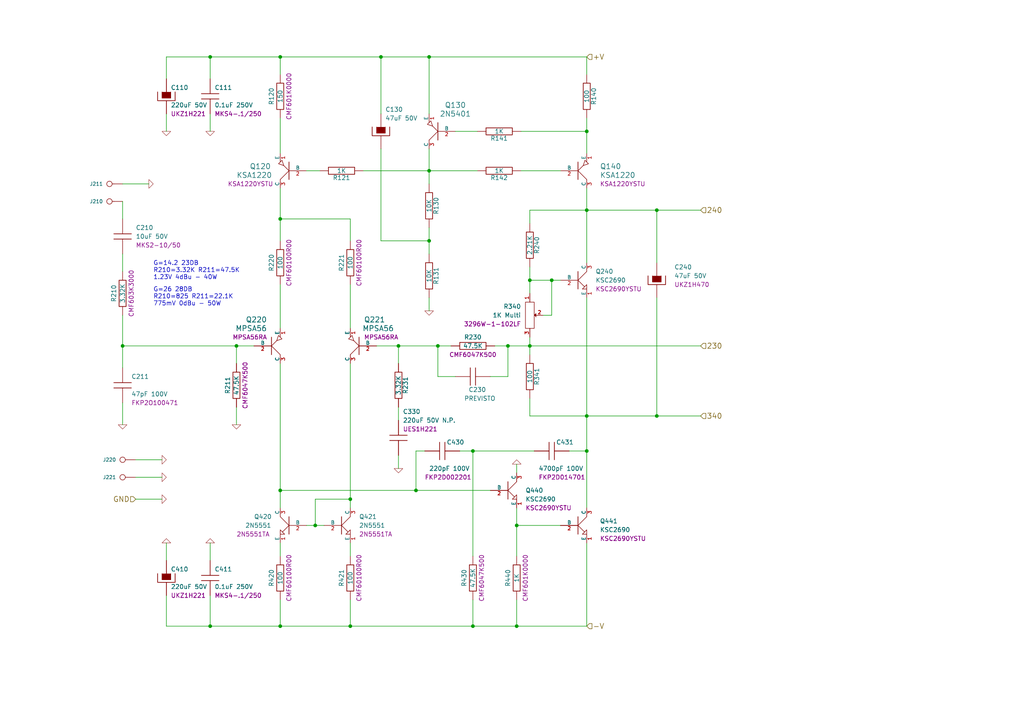
<source format=kicad_sch>
(kicad_sch (version 20230121) (generator eeschema)
  (paper "A4")
  (title_block (title "Amplificatore CMP_BMOS1004") (date "2025-10-18") (rev "251018") (company "AUDIO EMME di Martinelli Michele") (comment 1 "Stadio Ingresso + VAS"))
  (lib_symbols
    (symbol "AM_Connectors:CONN_1" (pin_numbers hide) (pin_names (offset 0.762) hide)
      (property "Reference" "P" (at 2.032 0 0))
      (symbol "CONN_1_0_1"
        (polyline (pts (xy -0.762 0) (xy -1.27 0)))
        (circle (center 0 0) (radius 0.7874))
      )
      (symbol "CONN_1_1_1"
        (pin passive line (at -3.81 0 0) (length 2.54) (name "1") (number "1"))
      )
    )
    (symbol "AM_Device:C" (pin_numbers hide) (pin_names (offset 0.254))
      (property "Reference" "C" (at 1.27 2.54 0))
      (property "Value" "C" (at 1.27 -2.54 0))
      (symbol "C_0_1"
        (polyline (pts (xy -2.54 -0.762) (xy 2.54 -0.762)) (stroke (width 0.2032)))
        (polyline (pts (xy -2.54 0.762) (xy 2.54 0.762)) (stroke (width 0.2032)))
      )
      (symbol "C_1_1"
        (pin passive line (at 0 5.08 270) (length 4.318) (name "~") (number "1"))
        (pin passive line (at 0 -5.08 90) (length 4.318) (name "~") (number "2"))
      )
    )
    (symbol "AM_Device:CP" (pin_numbers hide) (pin_names (offset 0.254) hide)
      (property "Reference" "C" (at 1.27 2.54 0))
      (property "Value" "CP" (at 1.27 -2.54 0))
      (symbol "CP_0_1"
        (polyline (pts (xy -2.54 1.27) (xy -2.54 -1.27) (xy 2.54 -1.27) (xy 2.54 1.27)) (stroke (width 0.2032)))
        (polyline (pts (xy -1.27 1.27) (xy -1.27 -0.508) (xy 1.27 -0.508) (xy 1.27 1.27)) (fill (type outline)))
      )
      (symbol "CP_1_1"
        (pin passive line (at 0 5.08 270) (length 3.81) (name "~") (number "1"))
        (pin passive line (at 0 -5.08 90) (length 3.81) (name "~") (number "2"))
      )
    )
    (symbol "AM_Device:NPN" (pin_names (offset 0))
      (property "Reference" "Q" (at 3.81 0 0))
      (property "Value" "NPN" (at -2.4892 3.81 0))
      (symbol "NPN_0_1"
        (polyline (pts (xy 0 0) (xy 1.905 -1.905)))
        (polyline (pts (xy 0 0) (xy 2.54 2.54)))
        (polyline (pts (xy 0 2.54) (xy 0 -2.54)) (stroke (width 0.2032)))
        (polyline (pts (xy 1.27 -2.54) (xy 2.54 -2.54) (xy 2.54 -1.27) (xy 1.27 -2.54) (xy 1.27 -2.54)))
      )
      (symbol "NPN_1_1"
        (pin passive line (at 2.54 -5.08 90) (length 2.54) (name "E") (number "1"))
        (pin input line (at -5.08 0 0) (length 5.08) (name "B") (number "2"))
        (pin passive line (at 2.54 5.08 270) (length 2.54) (name "C") (number "3"))
      )
    )
    (symbol "AM_Device:PNP" (pin_names (offset 0))
      (property "Reference" "Q" (at 3.81 0 0))
      (property "Value" "PNP" (at -2.4384 3.81 0))
      (symbol "PNP_0_1"
        (polyline (pts (xy 0 0) (xy 1.524 -1.524)))
        (polyline (pts (xy 0 0) (xy 2.54 2.54)))
        (polyline (pts (xy 0 2.54) (xy 0 -2.54)) (stroke (width 0.2032)))
        (polyline (pts (xy 1.524 -1.524) (xy 3.048 -2.032) (xy 2.032 -3.048) (xy 1.524 -1.524) (xy 1.524 -1.524)))
      )
      (symbol "PNP_1_1"
        (pin passive line (at 2.54 -5.08 90) (length 2.54) (name "E") (number "1"))
        (pin input line (at -5.08 0 0) (length 5.08) (name "B") (number "2"))
        (pin passive line (at 2.54 5.08 270) (length 2.54) (name "C") (number "3"))
      )
    )
    (symbol "AM_Device:POT" (pin_names (offset 1.016) hide)
      (property "Reference" "RV" (at 0 -2.54 0))
      (property "Value" "POT" (at 0 0 0))
      (symbol "POT_0_1"
        (rectangle (start -3.81 1.27) (end 3.81 -1.27))
        (polyline (pts (xy 0 1.27) (xy -0.508 1.778) (xy 0.508 1.778)) (fill (type outline)))
      )
      (symbol "POT_1_1"
        (pin passive line (at -6.35 0 0) (length 2.54) (name "1") (number "1"))
        (pin passive line (at 0 3.81 270) (length 2.032) (name "2") (number "2"))
        (pin passive line (at 6.35 0 180) (length 2.54) (name "3") (number "3"))
      )
    )
    (symbol "AM_Device:R" (pin_numbers hide) (pin_names (offset 0))
      (property "Reference" "R" (at 2.032 0 90))
      (property "Value" "R" (at 0 0 90))
      (symbol "R_0_1"
        (rectangle (start -1.016 3.81) (end 1.016 -3.81) (stroke (width 0.2032)))
      )
      (symbol "R_1_1"
        (pin passive line (at 0 6.35 270) (length 2.54) (name "~") (number "1"))
        (pin passive line (at 0 -6.35 90) (length 2.54) (name "~") (number "2"))
      )
    )
    (symbol "AM_Power:GND" (power) (pin_names (offset 0))
      (symbol "GND_0_1"
        (polyline (pts (xy -1.27 0) (xy 0 -1.27) (xy 1.27 0) (xy -1.27 0)) (stroke (width 0.1016)))
      )
      (symbol "GND_1_1"
        (pin power_in line (at 0 0 90) (length 0) hide (name "GND") (number "1"))
      )
    )
  )
  (junction (at 60.96 181.61))
  (junction (at 81.28 142.24))
  (junction (at 190.5 60.96))
  (junction (at 110.49 16.51))
  (junction (at 101.6 144.78))
  (junction (at 147.32 100.33))
  (junction (at 153.67 81.28))
  (junction (at 190.5 120.65))
  (junction (at 170.18 60.96))
  (junction (at 120.65 142.24))
  (junction (at 137.16 181.61))
  (junction (at 149.86 152.4))
  (junction (at 170.18 120.65))
  (junction (at 124.46 16.51))
  (junction (at 124.46 49.53))
  (junction (at 170.18 38.1))
  (junction (at 137.16 130.81))
  (junction (at 68.58 100.33))
  (junction (at 101.6 181.61))
  (junction (at 153.67 100.33))
  (junction (at 124.46 69.85))
  (junction (at 115.57 100.33))
  (junction (at 81.28 181.61))
  (junction (at 60.96 16.51))
  (junction (at 127 100.33))
  (junction (at 81.28 63.5))
  (junction (at 160.02 81.28))
  (junction (at 81.28 16.51))
  (junction (at 35.56 100.33))
  (junction (at 91.44 152.4))
  (junction (at 170.18 130.81))
  (junction (at 149.86 181.61))
  (wire (pts (xy 153.67 77.47) (xy 153.67 81.28)))
  (wire (pts (xy 35.56 53.34) (xy 43.18 53.34)))
  (wire (pts (xy 137.16 161.29) (xy 137.16 130.81)))
  (wire (pts (xy 35.56 106.68) (xy 35.56 100.33)))
  (wire (pts (xy 170.18 120.65) (xy 170.18 130.81)))
  (wire (pts (xy 68.58 123.19) (xy 68.58 118.11)))
  (wire (pts (xy 153.67 115.57) (xy 153.67 120.65)))
  (wire (pts (xy 81.28 16.51) (xy 81.28 21.59)))
  (wire (pts (xy 170.18 38.1) (xy 170.18 44.45)))
  (wire (pts (xy 81.28 142.24) (xy 120.65 142.24)))
  (wire (pts (xy 157.48 91.44) (xy 160.02 91.44)))
  (wire (pts (xy 91.44 144.78) (xy 101.6 144.78)))
  (wire (pts (xy 127 100.33) (xy 115.57 100.33)))
  (wire (pts (xy 130.81 100.33) (xy 127 100.33)))
  (wire (pts (xy 124.46 43.18) (xy 124.46 49.53)))
  (wire (pts (xy 147.32 109.22) (xy 147.32 100.33)))
  (wire (pts (xy 153.67 120.65) (xy 170.18 120.65)))
  (wire (pts (xy 120.65 142.24) (xy 142.24 142.24)))
  (wire (pts (xy 120.65 130.81) (xy 120.65 142.24)))
  (wire (pts (xy 81.28 54.61) (xy 81.28 63.5)))
  (wire (pts (xy 160.02 81.28) (xy 162.56 81.28)))
  (wire (pts (xy 91.44 152.4) (xy 88.9 152.4)))
  (wire (pts (xy 101.6 181.61) (xy 101.6 173.99)))
  (wire (pts (xy 110.49 43.18) (xy 110.49 69.85)))
  (wire (pts (xy 81.28 63.5) (xy 101.6 63.5)))
  (wire (pts (xy 35.56 58.42) (xy 35.56 63.5)))
  (wire (pts (xy 48.26 157.48) (xy 48.26 162.56)))
  (wire (pts (xy 81.28 157.48) (xy 81.28 161.29)))
  (wire (pts (xy 73.66 100.33) (xy 68.58 100.33)))
  (wire (pts (xy 170.18 76.2) (xy 170.18 60.96)))
  (wire (pts (xy 153.67 81.28) (xy 160.02 81.28)))
  (wire (pts (xy 170.18 34.29) (xy 170.18 38.1)))
  (wire (pts (xy 101.6 181.61) (xy 137.16 181.61)))
  (wire (pts (xy 110.49 69.85) (xy 124.46 69.85)))
  (wire (pts (xy 81.28 142.24) (xy 81.28 105.41)))
  (wire (pts (xy 39.37 138.43) (xy 46.99 138.43)))
  (wire (pts (xy 124.46 69.85) (xy 124.46 73.66)))
  (wire (pts (xy 153.67 100.33) (xy 203.2 100.33)))
  (wire (pts (xy 68.58 100.33) (xy 35.56 100.33)))
  (wire (pts (xy 137.16 173.99) (xy 137.16 181.61)))
  (wire (pts (xy 60.96 16.51) (xy 60.96 22.86)))
  (wire (pts (xy 137.16 181.61) (xy 149.86 181.61)))
  (wire (pts (xy 190.5 120.65) (xy 190.5 86.36)))
  (wire (pts (xy 91.44 152.4) (xy 91.44 144.78)))
  (wire (pts (xy 190.5 76.2) (xy 190.5 60.96)))
  (wire (pts (xy 153.67 100.33) (xy 153.67 102.87)))
  (wire (pts (xy 170.18 130.81) (xy 165.1 130.81)))
  (wire (pts (xy 162.56 49.53) (xy 151.13 49.53)))
  (wire (pts (xy 101.6 63.5) (xy 101.6 69.85)))
  (wire (pts (xy 48.26 181.61) (xy 48.26 172.72)))
  (wire (pts (xy 60.96 172.72) (xy 60.96 181.61)))
  (wire (pts (xy 60.96 16.51) (xy 81.28 16.51)))
  (wire (pts (xy 124.46 86.36) (xy 124.46 90.17)))
  (wire (pts (xy 170.18 60.96) (xy 153.67 60.96)))
  (wire (pts (xy 149.86 152.4) (xy 149.86 161.29)))
  (wire (pts (xy 124.46 49.53) (xy 138.43 49.53)))
  (wire (pts (xy 110.49 16.51) (xy 110.49 33.02)))
  (wire (pts (xy 123.19 130.81) (xy 120.65 130.81)))
  (wire (pts (xy 124.46 49.53) (xy 124.46 53.34)))
  (wire (pts (xy 48.26 33.02) (xy 48.26 38.1)))
  (wire (pts (xy 149.86 147.32) (xy 149.86 152.4)))
  (wire (pts (xy 92.71 49.53) (xy 88.9 49.53)))
  (wire (pts (xy 60.96 181.61) (xy 81.28 181.61)))
  (wire (pts (xy 68.58 105.41) (xy 68.58 100.33)))
  (wire (pts (xy 149.86 181.61) (xy 149.86 173.99)))
  (wire (pts (xy 81.28 147.32) (xy 81.28 142.24)))
  (wire (pts (xy 101.6 82.55) (xy 101.6 95.25)))
  (wire (pts (xy 170.18 181.61) (xy 170.18 157.48)))
  (wire (pts (xy 149.86 134.62) (xy 149.86 137.16)))
  (wire (pts (xy 101.6 161.29) (xy 101.6 157.48)))
  (wire (pts (xy 60.96 33.02) (xy 60.96 38.1)))
  (wire (pts (xy 127 100.33) (xy 127 109.22)))
  (wire (pts (xy 81.28 34.29) (xy 81.28 44.45)))
  (wire (pts (xy 101.6 144.78) (xy 101.6 147.32)))
  (wire (pts (xy 133.35 130.81) (xy 137.16 130.81)))
  (wire (pts (xy 48.26 181.61) (xy 60.96 181.61)))
  (wire (pts (xy 124.46 16.51) (xy 170.18 16.51)))
  (wire (pts (xy 142.24 109.22) (xy 147.32 109.22)))
  (wire (pts (xy 170.18 120.65) (xy 190.5 120.65)))
  (wire (pts (xy 46.99 144.78) (xy 39.37 144.78)))
  (wire (pts (xy 48.26 22.86) (xy 48.26 16.51)))
  (wire (pts (xy 153.67 60.96) (xy 153.67 64.77)))
  (wire (pts (xy 81.28 82.55) (xy 81.28 95.25)))
  (wire (pts (xy 190.5 120.65) (xy 203.2 120.65)))
  (wire (pts (xy 170.18 60.96) (xy 190.5 60.96)))
  (wire (pts (xy 105.41 49.53) (xy 124.46 49.53)))
  (wire (pts (xy 170.18 86.36) (xy 170.18 120.65)))
  (wire (pts (xy 115.57 118.11) (xy 115.57 121.92)))
  (wire (pts (xy 115.57 100.33) (xy 109.22 100.33)))
  (wire (pts (xy 160.02 91.44) (xy 160.02 81.28)))
  (wire (pts (xy 170.18 21.59) (xy 170.18 16.51)))
  (wire (pts (xy 60.96 157.48) (xy 60.96 162.56)))
  (wire (pts (xy 101.6 105.41) (xy 101.6 144.78)))
  (wire (pts (xy 81.28 16.51) (xy 110.49 16.51)))
  (wire (pts (xy 35.56 100.33) (xy 35.56 91.44)))
  (wire (pts (xy 137.16 130.81) (xy 154.94 130.81)))
  (wire (pts (xy 138.43 38.1) (xy 132.08 38.1)))
  (wire (pts (xy 124.46 33.02) (xy 124.46 16.51)))
  (wire (pts (xy 39.37 133.35) (xy 46.99 133.35)))
  (wire (pts (xy 115.57 132.08) (xy 115.57 135.89)))
  (wire (pts (xy 153.67 100.33) (xy 147.32 100.33)))
  (wire (pts (xy 127 109.22) (xy 132.08 109.22)))
  (wire (pts (xy 35.56 73.66) (xy 35.56 78.74)))
  (wire (pts (xy 170.18 130.81) (xy 170.18 147.32)))
  (wire (pts (xy 162.56 152.4) (xy 149.86 152.4)))
  (wire (pts (xy 151.13 38.1) (xy 170.18 38.1)))
  (wire (pts (xy 190.5 60.96) (xy 203.2 60.96)))
  (wire (pts (xy 170.18 60.96) (xy 170.18 54.61)))
  (wire (pts (xy 153.67 81.28) (xy 153.67 85.09)))
  (wire (pts (xy 124.46 66.04) (xy 124.46 69.85)))
  (wire (pts (xy 115.57 105.41) (xy 115.57 100.33)))
  (wire (pts (xy 81.28 181.61) (xy 101.6 181.61)))
  (wire (pts (xy 81.28 63.5) (xy 81.28 69.85)))
  (wire (pts (xy 35.56 116.84) (xy 35.56 123.19)))
  (wire (pts (xy 81.28 181.61) (xy 81.28 173.99)))
  (wire (pts (xy 153.67 97.79) (xy 153.67 100.33)))
  (wire (pts (xy 143.51 100.33) (xy 147.32 100.33)))
  (wire (pts (xy 110.49 16.51) (xy 124.46 16.51)))
  (wire (pts (xy 48.26 16.51) (xy 60.96 16.51)))
  (wire (pts (xy 93.98 152.4) (xy 91.44 152.4)))
  (wire (pts (xy 149.86 181.61) (xy 170.18 181.61)))
  (text "G=26 28DB\nR210=825 R211=22.1K\n775mV 0dBu - 50W\n" (at 44.45 88.9 0) (effects (font (size 1.27 1.27)) (justify left bottom)))
  (text "G=14.2 23DB\nR210=3.32K R211=47.5K\n1.23V 4dBu - 40W\n" (at 44.45 81.28 0) (effects (font (size 1.27 1.27)) (justify left bottom)))
  (hierarchical_label "GND" (shape input) (at 39.37 144.78 180) (effects (font (size 1.524 1.524))))
  (hierarchical_label "240" (shape input) (at 203.2 60.96 0) (effects (font (size 1.524 1.524))))
  (hierarchical_label "-V" (shape input) (at 170.18 181.61 0) (effects (font (size 1.524 1.524))))
  (hierarchical_label "340" (shape input) (at 203.2 120.65 0) (effects (font (size 1.524 1.524))))
  (hierarchical_label "230" (shape input) (at 203.2 100.33 0) (effects (font (size 1.524 1.524))))
  (hierarchical_label "+V" (shape input) (at 170.18 16.51 0) (effects (font (size 1.524 1.524))))
  (symbol (lib_id "AM_Device:PNP") (at 78.74 100.33 0) (mirror x) (unit 1)
    (property "Reference" "Q220" (at 77.47 92.71 0) (effects (font (size 1.524 1.524)) (justify right)))
    (property "Value" "MPSA56" (at 77.47 95.25 0) (effects (font (size 1.524 1.524)) (justify right)))
    (property "Footprint" "AM_Semiconductors:BJT_TO92" (effects hide))
    (property "Codice" "MPSA56RA" (at 77.47 97.79 0) (effects (justify right)))
    (property "Costruttore" "Onsemi" (effects hide))
  )
  (symbol (lib_id "AM_Device:PNP") (at 104.14 100.33 180) (unit 1)
    (property "Reference" "Q221" (at 111.76 92.71 0) (effects (font (size 1.524 1.524)) (justify left)))
    (property "Value" "MPSA56" (at 114.3 95.25 0) (effects (font (size 1.524 1.524)) (justify left)))
    (property "Footprint" "AM_Semiconductors:BJT_TO92" (effects hide))
    (property "Codice" "MPSA56RA" (at 115.57 97.79 0) (effects (justify left)))
    (property "Costruttore" "Onsemi" (effects hide))
  )
  (symbol (lib_id "AM_Device:R") (at 81.28 76.2 0) (unit 1)
    (property "Reference" "R220" (at 78.74 76.2 90))
    (property "Value" "100" (at 81.28 76.2 90))
    (property "Footprint" "AM_Library:RES_CMF" (effects hide))
    (property "Codice" "CMF60100R00" (at 83.82 76.2 90))
    (property "Costruttore" "Vishay" (effects hide))
  )
  (symbol (lib_id "AM_Device:R") (at 101.6 76.2 0) (unit 1)
    (property "Reference" "R221" (at 99.06 76.2 90))
    (property "Value" "100" (at 101.6 76.2 90))
    (property "Footprint" "AM_Library:RES_CMF" (effects hide))
    (property "Codice" "CMF60100R00" (at 104.14 76.2 90))
    (property "Costruttore" "Vishay" (effects hide))
  )
  (symbol (lib_id "AM_Device:PNP") (at 83.82 49.53 180) (unit 1)
    (property "Reference" "Q120" (at 72.39 48.26 0) (effects (font (size 1.524 1.524)) (justify right)))
    (property "Value" "KSA1220" (at 68.58 50.8 0) (effects (font (size 1.524 1.524)) (justify right)))
    (property "Footprint" "AM_Library:BJT_TO126" (effects hide))
    (property "Codice" "KSA1220YSTU" (at 66.04 53.34 0) (effects (justify right)))
    (property "Costruttore" "Onsemi" (effects hide))
  )
  (symbol (lib_id "AM_Device:R") (at 81.28 27.94 0) (unit 1)
    (property "Reference" "R120" (at 78.74 27.94 90))
    (property "Value" "150" (at 81.28 27.94 90))
    (property "Footprint" "AM_Library:RES_CMF" (effects hide))
    (property "Codice" "CMF601K0000" (at 83.82 27.94 90))
    (property "Costruttore" "Vishay" (effects hide))
  )
  (symbol (lib_id "AM_Device:R") (at 99.06 49.53 270) (unit 1)
    (property "Reference" "R121" (at 99.06 51.562 90))
    (property "Value" "1K" (at 99.06 49.53 90))
    (property "Footprint" "AM_Library:RES_CMF" (effects hide))
    (property "Codice" "CMF601K0000" (effects hide))
    (property "Costruttore" "Vishay" (effects hide))
  )
  (symbol (lib_id "AM_Device:PNP") (at 127 38.1 180) (unit 1)
    (property "Reference" "Q130" (at 132.08 30.48 0) (effects (font (size 1.524 1.524))))
    (property "Value" "2N5401" (at 132.08 33.02 0) (effects (font (size 1.524 1.524))))
    (property "Footprint" "AM_Semiconductors:BJT_TO92" (effects hide))
    (property "Codice" "2N5401TA" (effects hide))
    (property "Costruttore" "Onsemi" (effects hide))
  )
  (symbol (lib_id "AM_Device:R") (at 124.46 59.69 0) (unit 1)
    (property "Reference" "R130" (at 126.492 59.69 90))
    (property "Value" "10K" (at 124.46 59.69 90))
    (property "Footprint" "AM_Library:RES_CMF" (effects hide))
    (property "Codice" "CMF6010K000" (effects hide))
    (property "Costruttore" "Vishay" (effects hide))
  )
  (symbol (lib_id "AM_Device:R") (at 124.46 80.01 0) (unit 1)
    (property "Reference" "R131" (at 126.492 80.01 90))
    (property "Value" "10K" (at 124.46 80.01 90))
    (property "Footprint" "AM_Library:RES_CMF" (effects hide))
    (property "Codice" "CMF6010K000" (effects hide))
    (property "Costruttore" "Vishay" (effects hide))
  )
  (symbol (lib_id "AM_Device:R") (at 81.28 167.64 0) (unit 1)
    (property "Reference" "R420" (at 78.74 167.64 90))
    (property "Value" "100" (at 81.28 167.64 90))
    (property "Footprint" "AM_Library:RES_CMF" (effects hide))
    (property "Codice" "CMF60100R00" (at 83.82 167.64 90))
    (property "Costruttore" "Vishay" (effects hide))
  )
  (symbol (lib_id "AM_Device:R") (at 101.6 167.64 0) (unit 1)
    (property "Reference" "R421" (at 99.06 167.64 90))
    (property "Value" "100" (at 101.6 167.64 90))
    (property "Footprint" "AM_Library:RES_CMF" (effects hide))
    (property "Codice" "CMF60100R00" (at 104.14 167.64 90))
    (property "Costruttore" "Vishay" (effects hide))
  )
  (symbol (lib_id "AM_Device:NPN") (at 83.82 152.4 0) (mirror y) (unit 1)
    (property "Reference" "Q420" (at 73.66 149.86 0) (effects (justify right)))
    (property "Value" "2N5551" (at 71.12 152.4 0) (effects (justify right)))
    (property "Footprint" "AM_Semiconductors:BJT_TO92" (effects hide))
    (property "Codice" "2N5551TA" (at 68.58 154.94 0) (effects (justify right)))
    (property "Costruttore" "Onsemi" (effects hide))
  )
  (symbol (lib_id "AM_Device:NPN") (at 99.06 152.4 0) (unit 1)
    (property "Reference" "Q421" (at 104.14 149.86 0) (effects (justify left)))
    (property "Value" "2N5551" (at 104.14 152.4 0) (effects (justify left)))
    (property "Footprint" "AM_Semiconductors:BJT_TO92" (effects hide))
    (property "Codice" "2N5551TA" (at 104.14 154.94 0) (effects (justify left)))
    (property "Costruttore" "Onsemi" (effects hide))
  )
  (symbol (lib_id "AM_Device:R") (at 144.78 49.53 270) (unit 1)
    (property "Reference" "R142" (at 144.78 51.562 90))
    (property "Value" "1K" (at 144.78 49.53 90))
    (property "Footprint" "AM_Library:RES_CMF" (effects hide))
    (property "Codice" "CMF601K0000" (effects hide))
    (property "Costruttore" "Vishay" (effects hide))
  )
  (symbol (lib_id "AM_Device:R") (at 144.78 38.1 270) (unit 1)
    (property "Reference" "R141" (at 144.78 40.132 90))
    (property "Value" "1K" (at 144.78 38.1 90))
    (property "Footprint" "AM_Library:RES_CMF" (effects hide))
    (property "Codice" "CMF601K0000" (effects hide))
    (property "Costruttore" "Vishay" (effects hide))
  )
  (symbol (lib_id "AM_Device:PNP") (at 167.64 49.53 0) (mirror x) (unit 1)
    (property "Reference" "Q140" (at 173.99 48.26 0) (effects (font (size 1.524 1.524)) (justify left)))
    (property "Value" "KSA1220" (at 173.99 50.8 0) (effects (font (size 1.524 1.524)) (justify left)))
    (property "Footprint" "AM_Library:BJT_TO126" (effects hide))
    (property "Codice" "KSA1220YSTU" (at 173.99 53.34 0) (effects (justify left)))
    (property "Costruttore" "Onsemi" (effects hide))
  )
  (symbol (lib_id "AM_Device:R") (at 170.18 27.94 0) (unit 1)
    (property "Reference" "R140" (at 172.212 27.94 90))
    (property "Value" "100" (at 170.18 27.94 90))
    (property "Footprint" "AM_Library:RES_CMF" (effects hide))
    (property "Codice" "CMF60100R00" (effects hide))
    (property "Costruttore" "Vishay" (effects hide))
  )
  (symbol (lib_id "AM_Device:R") (at 115.57 111.76 0) (unit 1)
    (property "Reference" "R231" (at 117.602 111.76 90))
    (property "Value" "3.32K" (at 115.57 111.76 90))
    (property "Footprint" "AM_Library:RES_CMF" (effects hide))
    (property "Codice" "CMF603K3000" (effects hide))
    (property "Costruttore" "Vishay" (effects hide))
  )
  (symbol (lib_id "AM_Device:C") (at 115.57 127 0) (unit 1)
    (property "Reference" "C330" (at 116.84 119.38 0) (effects (justify left)))
    (property "Value" "220uF 50V N.P." (at 116.84 121.92 0) (effects (justify left)))
    (property "Footprint" "AM_Capacitors:CAP_D16x25LS75" (effects hide))
    (property "Costruttore" "Nichicon" (effects hide))
    (property "Codice" "UES1H221" (at 116.84 124.46 0) (effects (justify left)))
  )
  (symbol (lib_id "AM_Device:R") (at 137.16 100.33 270) (unit 1)
    (property "Reference" "R230" (at 137.16 97.79 90))
    (property "Value" "47.5K" (at 137.16 100.33 90))
    (property "Footprint" "AM_Library:RES_CMF" (effects hide))
    (property "Codice" "CMF6047K500" (at 137.16 102.87 90))
    (property "Costruttore" "Vishay" (effects hide))
  )
  (symbol (lib_id "AM_Device:NPN") (at 147.32 142.24 0) (unit 1)
    (property "Reference" "Q440" (at 152.4 142.24 0) (effects (justify left)))
    (property "Value" "KSC2690" (at 152.4 144.78 0) (effects (justify left)))
    (property "Footprint" "AM_Library:BJT_TO126" (effects hide))
    (property "Codice" "KSC2690YSTU" (at 152.4 147.32 0) (effects (justify left)))
    (property "Costruttore" "Onsemi" (effects hide))
  )
  (symbol (lib_id "AM_Device:NPN") (at 167.64 152.4 0) (unit 1)
    (property "Reference" "Q441" (at 173.99 151.13 0) (effects (justify left)))
    (property "Value" "KSC2690" (at 173.99 153.67 0) (effects (justify left)))
    (property "Footprint" "AM_Library:BJT_TO126" (effects hide))
    (property "Codice" "KSC2690YSTU" (at 173.99 156.21 0) (effects (justify left)))
    (property "Costruttore" "Onsemi" (effects hide))
  )
  (symbol (lib_id "AM_Device:R") (at 149.86 167.64 0) (unit 1)
    (property "Reference" "R440" (at 147.32 167.64 90))
    (property "Value" "1K" (at 149.86 167.64 90))
    (property "Footprint" "AM_Library:RES_CMF" (effects hide))
    (property "Codice" "CMF601K0000" (at 152.4 167.64 90))
    (property "Costruttore" "Vishay" (effects hide))
  )
  (symbol (lib_id "AM_Device:C") (at 128.27 130.81 270) (unit 1)
    (property "Reference" "C430" (at 129.54 128.27 90) (effects (justify left)))
    (property "Value" "220pF 100V" (at 124.46 135.89 90) (effects (justify left)))
    (property "Footprint" "AM_Capacitors:CAP_07x5LS05" (effects hide))
    (property "Costruttore" "Wima" (effects hide))
    (property "Codice" "FKP2D002201" (at 123.19 138.43 90) (effects (justify left)))
  )
  (symbol (lib_id "AM_Device:C") (at 160.02 130.81 270) (unit 1)
    (property "Reference" "C431" (at 161.29 128.27 90) (effects (justify left)))
    (property "Value" "4700pF 100V" (at 156.21 135.89 90) (effects (justify left)))
    (property "Footprint" "AM_Capacitors:CAP_07x5LS05" (effects hide))
    (property "Costruttore" "Wima" (effects hide))
    (property "Codice" "FKP2D014701" (at 156.21 138.43 90) (effects (justify left)))
  )
  (symbol (lib_id "AM_Device:NPN") (at 167.64 81.28 0) (unit 1)
    (property "Reference" "Q240" (at 172.72 78.74 0) (effects (justify left)))
    (property "Value" "KSC2690" (at 172.72 81.28 0) (effects (justify left)))
    (property "Footprint" "AM_Library:BJT_TO126" (effects hide))
    (property "Codice" "KSC2690YSTU" (at 172.72 83.82 0) (effects (justify left)))
    (property "Costruttore" "Onsemi" (effects hide))
  )
  (symbol (lib_id "AM_Device:R") (at 153.67 71.12 0) (unit 1)
    (property "Reference" "R240" (at 155.702 71.12 90))
    (property "Value" "2.21K" (at 153.67 71.12 90))
    (property "Footprint" "AM_Library:RES_CMF" (effects hide))
    (property "Codice" "CMF602K2100" (effects hide))
    (property "Costruttore" "Vishay" (effects hide))
  )
  (symbol (lib_id "AM_Device:R") (at 153.67 109.22 0) (unit 1)
    (property "Reference" "R341" (at 155.702 109.22 90))
    (property "Value" "100" (at 153.67 109.22 90))
    (property "Footprint" "AM_Library:RES_CMF" (effects hide))
    (property "Codice" "CMF60100R00" (effects hide))
    (property "Costruttore" "Vishay" (effects hide))
  )
  (symbol (lib_id "AM_Device:POT") (at 153.67 91.44 270) (unit 1)
    (property "Reference" "R340" (at 151.13 88.9 90) (effects (justify right)))
    (property "Value" "1K Multi" (at 151.13 91.44 90) (effects (justify right)))
    (property "Footprint" "AM_Library:RES_3296W" (effects hide))
    (property "Costruttore" "Bourms" (effects hide))
    (property "Codice" "3296W-1-102LF" (at 151.13 93.98 90) (effects (justify right)))
  )
  (symbol (lib_id "AM_Power:GND") (at 124.46 90.17 0) (unit 1)
    (property "Reference" "#PWR021" (effects hide))
    (property "Value" "GND" (effects hide))
  )
  (symbol (lib_id "AM_Power:GND") (at 115.57 135.89 0) (unit 1)
    (property "Reference" "#PWR020" (effects hide))
    (property "Value" "GND" (effects hide))
  )
  (symbol (lib_id "AM_Device:R") (at 68.58 111.76 0) (unit 1)
    (property "Reference" "R211" (at 66.04 111.76 90))
    (property "Value" "47.5K" (at 68.58 111.76 90))
    (property "Footprint" "AM_Library:RES_CMF" (effects hide))
    (property "Codice" "CMF6047K500" (at 71.12 111.76 90))
    (property "Costruttore" "Vishay" (effects hide))
  )
  (symbol (lib_id "AM_Device:R") (at 35.56 85.09 180) (unit 1)
    (property "Reference" "R210" (at 33.02 85.09 90))
    (property "Value" "3.32K" (at 35.56 85.09 90))
    (property "Footprint" "AM_Library:RES_CMF" (effects hide))
    (property "Codice" "CMF603K3000" (at 38.1 85.09 90))
    (property "Costruttore" "Vishay" (effects hide))
  )
  (symbol (lib_id "AM_Device:C") (at 35.56 111.76 0) (unit 1)
    (property "Reference" "C211" (at 38.1 109.22 0) (effects (justify left)))
    (property "Value" "47pF 100V" (at 38.1 114.3 0) (effects (justify left)))
    (property "Footprint" "AM_Capacitors:CAP_07x5LS05" (effects hide))
    (property "Costruttore" "Wima" (effects hide))
    (property "Codice" "FKP2O100471" (at 38.1 116.84 0) (effects (justify left)))
  )
  (symbol (lib_id "AM_Power:GND") (at 35.56 123.19 0) (unit 1)
    (property "Reference" "#PWR019" (effects hide))
    (property "Value" "GND" (effects hide))
  )
  (symbol (lib_id "AM_Device:C") (at 35.56 68.58 0) (unit 1)
    (property "Reference" "C210" (at 39.37 66.04 0) (effects (justify left)))
    (property "Value" "10uF 50V" (at 39.37 68.58 0) (effects (justify left)))
    (property "Footprint" "AM_Capacitors:CAP_07x11LS05" (effects hide))
    (property "Costruttore" "Wima" (effects hide))
    (property "Codice" "MKS2-10/50" (at 39.37 71.12 0) (effects (justify left)))
  )
  (symbol (lib_id "AM_Power:GND") (at 68.58 123.19 0) (unit 1)
    (property "Reference" "#PWR018" (effects hide))
    (property "Value" "GND" (effects hide))
  )
  (symbol (lib_id "AM_Power:GND") (at 43.18 53.34 90) (unit 1)
    (property "Reference" "#PWR017" (effects hide))
    (property "Value" "GND" (effects hide))
  )
  (symbol (lib_id "AM_Device:CP") (at 110.49 38.1 0) (unit 1)
    (property "Reference" "C130" (at 111.76 31.75 0) (effects (justify left)))
    (property "Value" "47uF 50V" (at 111.76 34.29 0) (effects (justify left)))
    (property "Footprint" "AM_Capacitors:CAP_D10x15LS05" (effects hide))
    (property "Costruttore" "Nichicon" (effects hide))
    (property "Codice" "UKZ1H470" (effects hide))
  )
  (symbol (lib_id "AM_Device:CP") (at 190.5 81.28 0) (unit 1)
    (property "Reference" "C240" (at 195.58 77.47 0) (effects (justify left)))
    (property "Value" "47uF 50V" (at 195.58 80.01 0) (effects (justify left)))
    (property "Footprint" "AM_Capacitors:CAP_D10x15LS05" (effects hide))
    (property "Costruttore" "Nichicon" (effects hide))
    (property "Codice" "UKZ1H470" (at 195.58 82.55 0) (effects (justify left)))
  )
  (symbol (lib_id "AM_Device:C") (at 137.16 109.22 270) (unit 1)
    (property "Reference" "C230" (at 135.89 113.03 90) (effects (justify left)))
    (property "Value" "PREVISTO" (at 134.62 115.57 90) (effects (justify left)))
    (property "Footprint" "AM_Capacitors:CAP_07x5LS05" (effects hide))
  )
  (symbol (lib_id "AM_Device:CP") (at 48.26 27.94 0) (unit 1)
    (property "Reference" "C110" (at 49.53 25.4 0) (effects (justify left)))
    (property "Value" "220uF 50V" (at 49.53 30.48 0) (effects (justify left)))
    (property "Footprint" "AM_Capacitors:CAP_D16x25LS75" (effects hide))
    (property "Costruttore" "Nichicon" (effects hide))
    (property "Codice" "UKZ1H221" (at 49.53 33.02 0) (effects (justify left)))
  )
  (symbol (lib_id "AM_Device:C") (at 60.96 27.94 0) (unit 1)
    (property "Reference" "C111" (at 62.23 25.4 0) (effects (justify left)))
    (property "Value" "0.1uF 250V" (at 62.23 30.48 0) (effects (justify left)))
    (property "Footprint" "AM_Capacitors:CAP_13x4LS10" (effects hide))
    (property "Costruttore" "Wima" (effects hide))
    (property "Codice" "MKS4-.1/250" (at 62.23 33.02 0) (effects (justify left)))
  )
  (symbol (lib_id "AM_Device:C") (at 60.96 167.64 0) (unit 1)
    (property "Reference" "C411" (at 62.23 165.1 0) (effects (justify left)))
    (property "Value" "0.1uF 250V" (at 62.23 170.18 0) (effects (justify left)))
    (property "Footprint" "AM_Capacitors:CAP_13x4LS10" (effects hide))
    (property "Costruttore" "Wima" (effects hide))
    (property "Codice" "MKS4-.1/250" (at 62.23 172.72 0) (effects (justify left)))
  )
  (symbol (lib_id "AM_Device:CP") (at 48.26 167.64 0) (unit 1)
    (property "Reference" "C410" (at 49.53 165.1 0) (effects (justify left)))
    (property "Value" "220uF 50V" (at 49.53 170.18 0) (effects (justify left)))
    (property "Footprint" "AM_Capacitors:CAP_D16x25LS75" (effects hide))
    (property "Costruttore" "Nichicon" (effects hide))
    (property "Codice" "UKZ1H221" (at 49.53 172.72 0) (effects (justify left)))
  )
  (symbol (lib_id "AM_Power:GND") (at 48.26 38.1 0) (unit 1)
    (property "Reference" "#PWR016" (effects hide))
    (property "Value" "GND" (effects hide))
  )
  (symbol (lib_id "AM_Power:GND") (at 60.96 38.1 0) (unit 1)
    (property "Reference" "#PWR015" (effects hide))
    (property "Value" "GND" (effects hide))
  )
  (symbol (lib_id "AM_Power:GND") (at 60.96 157.48 180) (unit 1)
    (property "Reference" "#PWR014" (effects hide))
    (property "Value" "GND" (effects hide))
  )
  (symbol (lib_id "AM_Power:GND") (at 48.26 157.48 180) (unit 1)
    (property "Reference" "#PWR013" (effects hide))
    (property "Value" "GND" (effects hide))
  )
  (symbol (lib_id "AM_Connectors:CONN_1") (at 31.75 53.34 180) (unit 1)
    (property "Reference" "J211" (at 27.94 53.34 0) (effects (font (size 1.016 1.016))))
    (property "Value" "CONN" (effects hide))
    (property "Footprint" "AM_Accessory:CON_1A" (effects hide))
  )
  (symbol (lib_id "AM_Connectors:CONN_1") (at 31.75 58.42 0) (mirror y) (unit 1)
    (property "Reference" "J210" (at 27.94 58.42 0) (effects (font (size 1.016 1.016))))
    (property "Value" "CONN" (effects hide))
    (property "Footprint" "AM_Accessory:CON_1A" (effects hide))
  )
  (symbol (lib_id "AM_Power:GND") (at 149.86 134.62 180) (unit 1)
    (property "Reference" "#PWR012" (effects hide))
    (property "Value" "GND" (effects hide))
  )
  (symbol (lib_id "AM_Device:R") (at 137.16 167.64 0) (unit 1)
    (property "Reference" "R430" (at 134.62 167.64 90))
    (property "Value" "47.5K" (at 137.16 167.64 90))
    (property "Footprint" "AM_Library:RES_CMF" (effects hide))
    (property "Codice" "CMF6047K500" (at 139.7 167.64 90))
    (property "Costruttore" "Vishay" (effects hide))
  )
  (symbol (lib_id "AM_Power:GND") (at 46.99 144.78 90) (unit 1)
    (property "Reference" "#PWR011" (effects hide))
    (property "Value" "GND" (effects hide))
  )
  (symbol (lib_id "AM_Connectors:CONN_1") (at 35.56 133.35 180) (unit 1)
    (property "Reference" "J220" (at 31.75 133.35 0) (effects (font (size 1.016 1.016))))
    (property "Value" "CONN" (effects hide))
    (property "Footprint" "AM_Accessory:CON_1A" (effects hide))
  )
  (symbol (lib_id "AM_Connectors:CONN_1") (at 35.56 138.43 180) (unit 1)
    (property "Reference" "J221" (at 31.75 138.43 0) (effects (font (size 1.016 1.016))))
    (property "Value" "CONN" (effects hide))
    (property "Footprint" "AM_Accessory:CON_1A" (effects hide))
  )
  (symbol (lib_id "AM_Power:GND") (at 46.99 138.43 90) (unit 1)
    (property "Reference" "#PWR026" (effects hide))
    (property "Value" "GND" (effects hide))
  )
  (symbol (lib_id "AM_Power:GND") (at 46.99 133.35 90) (unit 1)
    (property "Reference" "#PWR025" (effects hide))
    (property "Value" "GND" (effects hide))
  )
)
</source>
